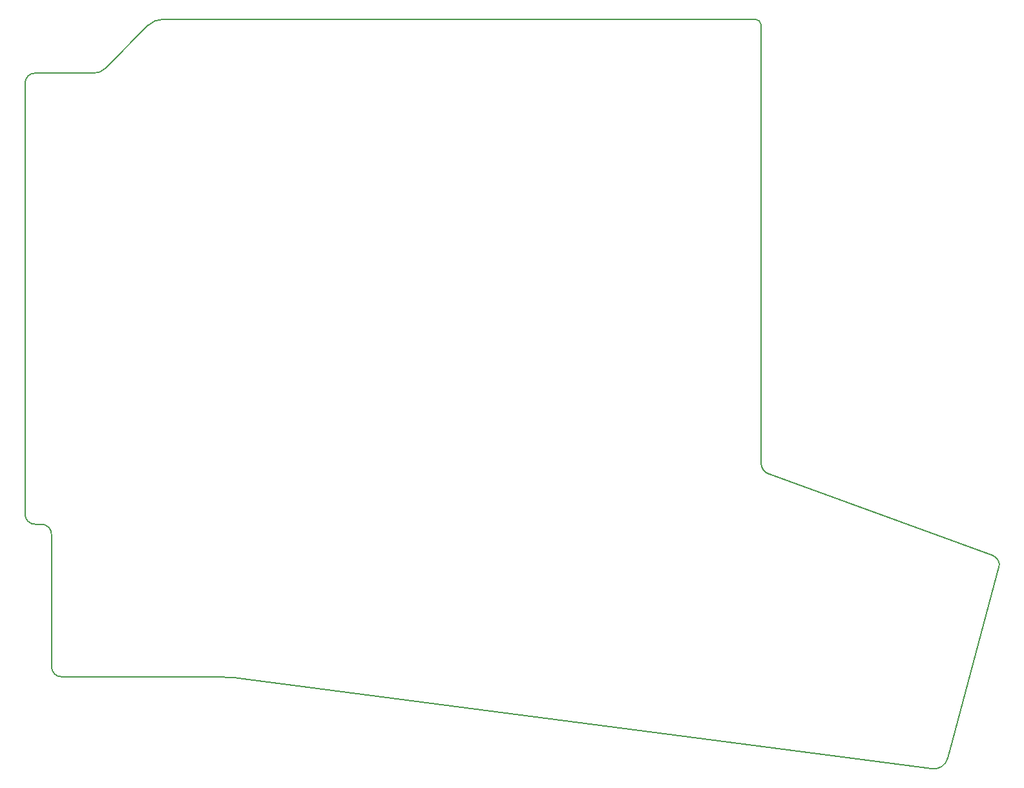
<source format=gm1>
G04 #@! TF.GenerationSoftware,KiCad,Pcbnew,7.0.5*
G04 #@! TF.CreationDate,2023-09-06T16:02:53+08:00*
G04 #@! TF.ProjectId,thrfv,74687266-762e-46b6-9963-61645f706362,rev?*
G04 #@! TF.SameCoordinates,Original*
G04 #@! TF.FileFunction,Profile,NP*
%FSLAX46Y46*%
G04 Gerber Fmt 4.6, Leading zero omitted, Abs format (unit mm)*
G04 Created by KiCad (PCBNEW 7.0.5) date 2023-09-06 16:02:53*
%MOMM*%
%LPD*%
G01*
G04 APERTURE LIST*
G04 #@! TA.AperFunction,Profile*
%ADD10C,0.150000*%
G04 #@! TD*
G04 APERTURE END LIST*
D10*
X90200952Y-63993801D02*
G75*
G03*
X88854753Y-65344394I-13752J-1332499D01*
G01*
X106990352Y-56936310D02*
G75*
G03*
X105009153Y-57736395I-26052J-2788490D01*
G01*
X207675952Y-155170794D02*
X116817448Y-143283594D01*
X184548947Y-56936294D02*
X106990352Y-56936294D01*
X216515112Y-128754786D02*
G75*
G03*
X215702352Y-127230795I-1321812J273786D01*
G01*
X105009152Y-57736394D02*
X99355452Y-63379194D01*
X116817448Y-143283598D02*
G75*
G03*
X114125048Y-143131195I-2418648J-18870002D01*
G01*
X88855767Y-121795194D02*
G75*
G03*
X90226352Y-123129624I1322633J-12606D01*
G01*
X209784152Y-153773794D02*
X216515152Y-128754794D01*
X90200952Y-63993828D02*
X97831452Y-63993828D01*
X92335571Y-124515896D02*
X92335571Y-141759594D01*
X185320637Y-115076642D02*
G75*
G03*
X186390752Y-116562794I1539863J-19558D01*
G01*
X114125048Y-143131194D02*
X93680752Y-143131194D01*
X185320639Y-57685594D02*
G75*
G03*
X184548947Y-56936294I-742639J7194D01*
G01*
X215702352Y-127230794D02*
X186390752Y-116562794D01*
X207675959Y-155170756D02*
G75*
G03*
X209784151Y-153773794I309841J1821656D01*
G01*
X97831453Y-63993790D02*
G75*
G03*
X99355452Y-63379194I76147J2007990D01*
G01*
X185320614Y-57685594D02*
X185320614Y-115076642D01*
X88854752Y-65344394D02*
X88855791Y-121795194D01*
X90965010Y-123129624D02*
X90226352Y-123129624D01*
X92335573Y-141759594D02*
G75*
G03*
X93680752Y-143131194I1308227J-62406D01*
G01*
X92335541Y-124515895D02*
G75*
G03*
X90965010Y-123129625I-1322541J63095D01*
G01*
M02*

</source>
